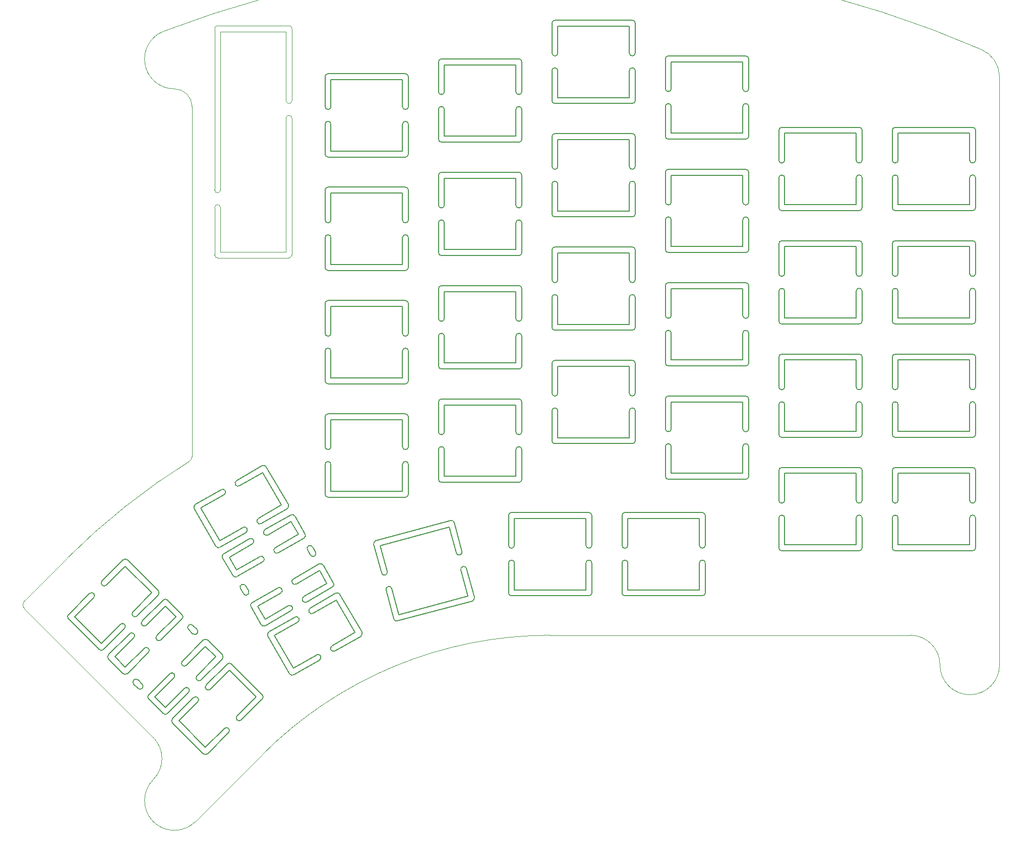
<source format=gm1>
%TF.GenerationSoftware,KiCad,Pcbnew,5.1.12-84ad8e8a86~92~ubuntu20.04.1*%
%TF.CreationDate,2021-11-17T00:00:43+01:00*%
%TF.ProjectId,LergoTopPlate_FR4_LessRouting,4c657267-6f54-46f7-9050-6c6174655f46,v1.A*%
%TF.SameCoordinates,Original*%
%TF.FileFunction,Profile,NP*%
%FSLAX46Y46*%
G04 Gerber Fmt 4.6, Leading zero omitted, Abs format (unit mm)*
G04 Created by KiCad (PCBNEW 5.1.12-84ad8e8a86~92~ubuntu20.04.1) date 2021-11-17 00:00:43*
%MOMM*%
%LPD*%
G01*
G04 APERTURE LIST*
%TA.AperFunction,Profile*%
%ADD10C,0.120000*%
%TD*%
%TA.AperFunction,Profile*%
%ADD11C,0.100000*%
%TD*%
%TA.AperFunction,Profile*%
%ADD12C,0.150000*%
%TD*%
G04 APERTURE END LIST*
D10*
X73524848Y-127344018D02*
G75*
G02*
X73524848Y-125929804I707107J707107D01*
G01*
D11*
X95103365Y-148922535D02*
G75*
G02*
X95103365Y-155993603I-3535534J-3535534D01*
G01*
X102174433Y-163064671D02*
G75*
G02*
X95103365Y-155993603I-3535534J3535534D01*
G01*
X98641295Y-39932170D02*
G75*
G02*
X101614896Y-42905771I0J-2973601D01*
G01*
X98641295Y-39932170D02*
G75*
G02*
X96852971Y-30262004I-2396J4999999D01*
G01*
X222220381Y-131740000D02*
G75*
G02*
X227220381Y-136740000I0J-5000000D01*
G01*
X237220381Y-136740000D02*
G75*
G02*
X227220381Y-136740000I-5000000J0D01*
G01*
X101614896Y-101696929D02*
G75*
G02*
X101143092Y-102545766I-1000000J286D01*
G01*
X101614896Y-42905771D02*
X101614896Y-101696929D01*
X234214126Y-33343544D02*
G75*
G02*
X237220381Y-37928844I-1993745J-4585300D01*
G01*
X96852971Y-30262005D02*
G75*
G02*
X234214126Y-33343544I64907410J-169731595D01*
G01*
X80612709Y-118841943D02*
G75*
G02*
X101143092Y-102545766I81147672J-81151657D01*
G01*
X73524848Y-125929804D02*
X80612709Y-118841943D01*
X95103365Y-148922535D02*
X73524848Y-127344018D01*
X113500343Y-151733562D02*
X102174433Y-163064671D01*
X113500343Y-151733562D02*
G75*
G02*
X161760381Y-131743600I48260038J-48260038D01*
G01*
X161760381Y-131743600D02*
X222220381Y-131740000D01*
X237220381Y-37928844D02*
X237220381Y-136740000D01*
D12*
X84389818Y-124740361D02*
G75*
G02*
X85096926Y-125447469I353554J-353554D01*
G01*
X87218240Y-123326155D02*
G75*
G02*
X86511134Y-122619047I-353553J353554D01*
G01*
X107052586Y-147403139D02*
G75*
G02*
X107759692Y-148110247I353553J-353554D01*
G01*
X109881012Y-145988926D02*
G75*
G02*
X109173906Y-145281820I-353553J353553D01*
G01*
X89564957Y-129915500D02*
G75*
G02*
X90272063Y-130622606I353553J-353553D01*
G01*
X92393383Y-128501287D02*
G75*
G02*
X91686277Y-127794179I-353553J353554D01*
G01*
X101877454Y-142227997D02*
G75*
G02*
X102584560Y-142935103I353553J-353553D01*
G01*
X104705880Y-140813784D02*
G75*
G02*
X103998774Y-140106676I-353553J353554D01*
G01*
X100317400Y-140667943D02*
G75*
G02*
X101024506Y-141375049I353553J-353553D01*
G01*
X103145826Y-139253728D02*
G75*
G02*
X102438720Y-138546622I-353553J353553D01*
G01*
X97860202Y-138210747D02*
G75*
G02*
X98567310Y-138917853I353554J-353553D01*
G01*
X100688631Y-136796532D02*
G75*
G02*
X99981523Y-136089426I-353554J353553D01*
G01*
X93953439Y-130061340D02*
G75*
G02*
X93246331Y-129354234I-353554J353553D01*
G01*
X96410635Y-132518536D02*
G75*
G02*
X95703527Y-131811430I-353554J353553D01*
G01*
X93582206Y-133932751D02*
G75*
G02*
X94289314Y-134639857I353554J-353553D01*
G01*
X91125010Y-131475553D02*
G75*
G02*
X91832118Y-132182661I353554J-353554D01*
G01*
X98341909Y-146470627D02*
G75*
G02*
X98341920Y-145763530I353564J353543D01*
G01*
X107534307Y-136571142D02*
G75*
G02*
X108241415Y-136571142I353554J-353554D01*
G01*
X86736529Y-134158140D02*
G75*
G02*
X86029423Y-134158140I-353553J353553D01*
G01*
X93246325Y-139960840D02*
G75*
G02*
X92539219Y-140667948I-353553J-353554D01*
G01*
X91832113Y-139960842D02*
G75*
G02*
X92539219Y-139253734I353553J353554D01*
G01*
X95928907Y-124258635D02*
G75*
G02*
X95928918Y-124965752I-353543J-353564D01*
G01*
X102438713Y-130768452D02*
G75*
G02*
X101731607Y-131475560I-353553J-353554D01*
G01*
X101024501Y-130768454D02*
G75*
G02*
X101731607Y-130061346I353553J353554D01*
G01*
X97488967Y-144910588D02*
G75*
G02*
X96781860Y-144910589I-353554J353553D01*
G01*
X106681354Y-135011093D02*
G75*
G02*
X106681355Y-135718200I-353553J-353554D01*
G01*
X96781859Y-125818706D02*
G75*
G02*
X97488966Y-125818705I353554J-353553D01*
G01*
X87589472Y-135718201D02*
G75*
G02*
X87589471Y-135011094I353553J353554D01*
G01*
X90753774Y-138175396D02*
G75*
G02*
X90046668Y-138175396I-353553J353553D01*
G01*
X99946162Y-128275902D02*
G75*
G02*
X99946162Y-128983008I-353553J-353553D01*
G01*
X90046667Y-119083514D02*
G75*
G02*
X90753774Y-119083513I353554J-353553D01*
G01*
X80854280Y-128983009D02*
G75*
G02*
X80854279Y-128275902I353553J353554D01*
G01*
X104224159Y-151645780D02*
G75*
G02*
X103517052Y-151645781I-353554J353553D01*
G01*
X113416546Y-141746285D02*
G75*
G02*
X113416547Y-142453392I-353553J-353554D01*
G01*
X103517052Y-132553898D02*
G75*
G02*
X104224158Y-132553898I353553J-353553D01*
G01*
X94324664Y-142453392D02*
G75*
G02*
X94324664Y-141746286I353553J353553D01*
G01*
X86382976Y-133097480D02*
X89564957Y-129915500D01*
X92393384Y-128501286D02*
X95928918Y-124965752D01*
X91686277Y-127794179D02*
X94868258Y-124612199D01*
X98341920Y-145763530D02*
X101877454Y-142227997D01*
X104705881Y-140813783D02*
X107887855Y-137631808D01*
X99402574Y-146117089D02*
X102584560Y-142935103D01*
X86736530Y-134158140D02*
X90272063Y-130622606D01*
X103998774Y-140106676D02*
X107534308Y-136571142D01*
X103517052Y-132553898D02*
X99981523Y-136089426D01*
X103870605Y-133614558D02*
X100688630Y-136796533D01*
X102438720Y-138546622D02*
X105620694Y-135364647D01*
X103145826Y-139253729D02*
X106681355Y-135718200D01*
X91125011Y-131475554D02*
X87589471Y-135011094D01*
X91832118Y-132182661D02*
X88650132Y-135364647D01*
X97135413Y-126879366D02*
X93953438Y-130061340D01*
X90400221Y-137114736D02*
X93582207Y-133932750D01*
X96410634Y-132518537D02*
X99946162Y-128983008D01*
X106681355Y-135011094D02*
X104224158Y-132553898D01*
X113416547Y-141746286D02*
X108241415Y-136571142D01*
X103517052Y-151645781D02*
X98341914Y-146470643D01*
X96781860Y-144910589D02*
X94324664Y-142453392D01*
X91832112Y-139960841D02*
X92539219Y-140667948D01*
X90046668Y-138175396D02*
X87589471Y-135718200D01*
X86029423Y-134158140D02*
X80854279Y-128983008D01*
X95928908Y-124258636D02*
X90753774Y-119083513D01*
X101731607Y-130061346D02*
X102438714Y-130768453D01*
X92539219Y-139253734D02*
X93246326Y-139960841D01*
X101024500Y-130768453D02*
X101731607Y-131475560D01*
X97135413Y-126879366D02*
X98885502Y-128629455D01*
X103870605Y-133614558D02*
X105620694Y-135364647D01*
X95385324Y-142099839D02*
X97135413Y-143849928D01*
X88650132Y-135364647D02*
X90400221Y-137114736D01*
X107887855Y-137631808D02*
X112355886Y-142099839D01*
X90400221Y-120144174D02*
X94868258Y-124612199D01*
X81914940Y-128629455D02*
X86382976Y-133097480D01*
X99402574Y-146117089D02*
X103870605Y-150585120D01*
X85096920Y-125447474D02*
X81914940Y-128629455D01*
X98567310Y-138917853D02*
X95385324Y-142099839D01*
X95703527Y-131811430D02*
X98885502Y-128629455D01*
X97135413Y-143849928D02*
X100317399Y-140667942D01*
X103870605Y-150585120D02*
X107052586Y-147403140D01*
X99946162Y-128275902D02*
X97488966Y-125818705D01*
X97488966Y-144910589D02*
X101024506Y-141375049D01*
X96781860Y-125818705D02*
X93246331Y-129354234D01*
X90753774Y-138175396D02*
X94289314Y-134639857D01*
X90046668Y-119083513D02*
X86511134Y-122619047D01*
X109881013Y-145988926D02*
X113416547Y-142453392D01*
X97860203Y-138210746D02*
X94324664Y-141746286D01*
X104224158Y-151645781D02*
X107759692Y-148110247D01*
X109173906Y-145281820D02*
X112355886Y-142099839D01*
X90400221Y-120144174D02*
X87218240Y-123326154D01*
X84389819Y-124740362D02*
X80854279Y-128275902D01*
X106496314Y-107277081D02*
G75*
G02*
X106996314Y-108143107I250000J-433013D01*
G01*
X109594383Y-106643111D02*
G75*
G02*
X109094383Y-105777085I-250000J433013D01*
G01*
X122521307Y-135033199D02*
G75*
G02*
X123021307Y-135899225I250000J-433013D01*
G01*
X125619383Y-134399225D02*
G75*
G02*
X125119383Y-133533199I-250000J433013D01*
G01*
X110155689Y-113615304D02*
G75*
G02*
X110655689Y-114481330I250000J-433013D01*
G01*
X113253765Y-112981329D02*
G75*
G02*
X112753765Y-112115305I-250000J433012D01*
G01*
X118861939Y-128694973D02*
G75*
G02*
X119361939Y-129560997I250000J-433012D01*
G01*
X121960015Y-128060998D02*
G75*
G02*
X121460015Y-127194972I-250000J433013D01*
G01*
X117758814Y-126784303D02*
G75*
G02*
X118258814Y-127650329I250000J-433013D01*
G01*
X120856890Y-126150329D02*
G75*
G02*
X120356890Y-125284303I-250000J433013D01*
G01*
X116021314Y-123774865D02*
G75*
G02*
X116521314Y-124640891I250000J-433013D01*
G01*
X119119390Y-123140891D02*
G75*
G02*
X118619390Y-122274865I-250000J433013D01*
G01*
X114356890Y-114891999D02*
G75*
G02*
X113856890Y-114025973I-250000J433013D01*
G01*
X116094390Y-117901437D02*
G75*
G02*
X115594390Y-117035411I-250000J433013D01*
G01*
X112996314Y-118535411D02*
G75*
G02*
X113496314Y-119401437I250000J-433013D01*
G01*
X111258814Y-115525973D02*
G75*
G02*
X111758814Y-116391999I250000J-433013D01*
G01*
X114348792Y-131877973D02*
G75*
G02*
X114531812Y-131194972I433020J249988D01*
G01*
X125790142Y-124694972D02*
G75*
G02*
X126473155Y-124877985I250000J-433013D01*
G01*
X106325562Y-116981330D02*
G75*
G02*
X105642549Y-116798317I-250000J433013D01*
G01*
X111111693Y-124271168D02*
G75*
G02*
X110245667Y-124771168I-433013J-250000D01*
G01*
X109745667Y-123905142D02*
G75*
G02*
X110611693Y-123405142I433013J250000D01*
G01*
X117766898Y-109798305D02*
G75*
G02*
X117583892Y-110481330I-433006J-250012D01*
G01*
X122370023Y-117771168D02*
G75*
G02*
X121503997Y-118271168I-433013J-250000D01*
G01*
X121003997Y-117405142D02*
G75*
G02*
X121870023Y-116905142I433013J250000D01*
G01*
X113928680Y-130150333D02*
G75*
G02*
X113245667Y-129967320I-250000J433013D01*
G01*
X125370023Y-122967320D02*
G75*
G02*
X125187010Y-123650333I-433013J-250000D01*
G01*
X118187010Y-111525977D02*
G75*
G02*
X118870023Y-111708990I250000J-433013D01*
G01*
X106745667Y-118708990D02*
G75*
G02*
X106928680Y-118025977I433013J250000D01*
G01*
X109166180Y-121901441D02*
G75*
G02*
X108483167Y-121718428I-250000J433013D01*
G01*
X120607523Y-114718428D02*
G75*
G02*
X120424510Y-115401441I-433013J-250000D01*
G01*
X113424510Y-103277085D02*
G75*
G02*
X114107523Y-103460098I250000J-433013D01*
G01*
X101983167Y-110460098D02*
G75*
G02*
X102166180Y-109777085I433013J250000D01*
G01*
X118691180Y-138399225D02*
G75*
G02*
X118008167Y-138216212I-250000J433013D01*
G01*
X130132523Y-131216212D02*
G75*
G02*
X129949510Y-131899225I-433013J-250000D01*
G01*
X122949510Y-119774869D02*
G75*
G02*
X123632523Y-119957882I250000J-433013D01*
G01*
X111508167Y-126957882D02*
G75*
G02*
X111691180Y-126274869I433013J250000D01*
G01*
X106258575Y-115865305D02*
X110155689Y-113615305D01*
X113253765Y-112981330D02*
X117583892Y-110481330D01*
X112753765Y-112115305D02*
X116650879Y-109865305D01*
X114531812Y-131194972D02*
X118861939Y-128694972D01*
X121960015Y-128060997D02*
X125857122Y-125811001D01*
X115464818Y-131811001D02*
X119361939Y-129560997D01*
X106325562Y-116981330D02*
X110655689Y-114481330D01*
X121460015Y-127194972D02*
X125790142Y-124694972D01*
X122949510Y-119774869D02*
X118619390Y-122274865D01*
X123016497Y-120890895D02*
X119119390Y-123140891D01*
X120356890Y-125284303D02*
X124253997Y-123034307D01*
X120856890Y-126150329D02*
X125187010Y-123650333D01*
X111258814Y-115525973D02*
X106928680Y-118025977D01*
X111758814Y-116391999D02*
X107861693Y-118642003D01*
X118253997Y-112642003D02*
X114356890Y-114891999D01*
X109099193Y-120785415D02*
X112996314Y-118535411D01*
X116094390Y-117901437D02*
X120424510Y-115401441D01*
X125370023Y-122967320D02*
X123632523Y-119957882D01*
X130132523Y-131216212D02*
X126473155Y-124877985D01*
X118008167Y-138216212D02*
X114348792Y-131877989D01*
X113245667Y-129967320D02*
X111508167Y-126957882D01*
X109745667Y-123905142D02*
X110245667Y-124771168D01*
X108483167Y-121718428D02*
X106745667Y-118708990D01*
X105642549Y-116798317D02*
X101983167Y-110460098D01*
X117766898Y-109798305D02*
X114107523Y-103460098D01*
X121870023Y-116905142D02*
X122370023Y-117771168D01*
X110611693Y-123405142D02*
X111111693Y-124271168D01*
X121003997Y-117405142D02*
X121503997Y-118271168D01*
X118253997Y-112642003D02*
X119491497Y-114785415D01*
X123016497Y-120890895D02*
X124253997Y-123034307D01*
X112624193Y-126890895D02*
X113861693Y-129034307D01*
X107861693Y-118642003D02*
X109099193Y-120785415D01*
X125857122Y-125811001D02*
X129016497Y-131283199D01*
X113491497Y-104393111D02*
X116650879Y-109865305D01*
X103099193Y-110393111D02*
X106258575Y-115865305D01*
X115464818Y-131811001D02*
X118624193Y-137283199D01*
X106996307Y-108143111D02*
X103099193Y-110393111D01*
X116521314Y-124640891D02*
X112624193Y-126890895D01*
X115594390Y-117035411D02*
X119491497Y-114785415D01*
X113861693Y-129034307D02*
X117758814Y-126784303D01*
X118624193Y-137283199D02*
X122521307Y-135033199D01*
X120607523Y-114718428D02*
X118870023Y-111708990D01*
X113928680Y-130150333D02*
X118258814Y-127650329D01*
X118187010Y-111525977D02*
X113856890Y-114025973D01*
X109166180Y-121901441D02*
X113496314Y-119401437D01*
X113424510Y-103277085D02*
X109094383Y-105777085D01*
X125619383Y-134399225D02*
X129949510Y-131899225D01*
X116021314Y-123774865D02*
X111691180Y-126274869D01*
X118691180Y-138399225D02*
X123021307Y-135899225D01*
X125119383Y-133533199D02*
X129016497Y-131283199D01*
X113491497Y-104393111D02*
X109594383Y-106643111D01*
X106496314Y-107277081D02*
X102166180Y-109777085D01*
X174810000Y-112120000D02*
X174810000Y-116620000D01*
X187810000Y-124620000D02*
X187810000Y-119620000D01*
X186810000Y-124120000D02*
X186810000Y-119620000D01*
X173810000Y-119620000D02*
X173810000Y-124620000D01*
X174810000Y-119620000D02*
X174810000Y-124120000D01*
X174310000Y-125120000D02*
X187310000Y-125120000D01*
X174810000Y-124120000D02*
X186810000Y-124120000D01*
X187810000Y-116620000D02*
X187810000Y-111620000D01*
X186810000Y-112120000D02*
X174810000Y-112120000D01*
X173810000Y-111620000D02*
X173810000Y-116620000D01*
X186810000Y-116620000D02*
X186810000Y-112120000D01*
X187310000Y-111120000D02*
X174310000Y-111120000D01*
X187810000Y-124620000D02*
G75*
G02*
X187310000Y-125120000I-500000J0D01*
G01*
X174310000Y-125120000D02*
G75*
G02*
X173810000Y-124620000I0J500000D01*
G01*
X186810000Y-119620000D02*
G75*
G02*
X187810000Y-119620000I500000J0D01*
G01*
X173810000Y-111620000D02*
G75*
G02*
X174310000Y-111120000I500000J0D01*
G01*
X187810000Y-116620000D02*
G75*
G02*
X186810000Y-116620000I-500000J0D01*
G01*
X173810000Y-119620000D02*
G75*
G02*
X174810000Y-119620000I500000J0D01*
G01*
X174810000Y-116620000D02*
G75*
G02*
X173810000Y-116620000I-500000J0D01*
G01*
X187310000Y-111120000D02*
G75*
G02*
X187810000Y-111620000I0J-500000D01*
G01*
X155760000Y-124120000D02*
X155760000Y-119620000D01*
X168760000Y-111620000D02*
X168760000Y-116620000D01*
X167760000Y-112120000D02*
X167760000Y-116620000D01*
X154760000Y-116620000D02*
X154760000Y-111620000D01*
X155760000Y-116620000D02*
X155760000Y-112120000D01*
X155260000Y-111120000D02*
X168260000Y-111120000D01*
X155760000Y-112120000D02*
X167760000Y-112120000D01*
X168760000Y-119620000D02*
X168760000Y-124620000D01*
X167760000Y-124120000D02*
X155760000Y-124120000D01*
X154760000Y-124620000D02*
X154760000Y-119620000D01*
X167760000Y-119620000D02*
X167760000Y-124120000D01*
X168260000Y-125120000D02*
X155260000Y-125120000D01*
X168760000Y-111620000D02*
G75*
G03*
X168260000Y-111120000I-500000J0D01*
G01*
X155260000Y-111120000D02*
G75*
G03*
X154760000Y-111620000I0J-500000D01*
G01*
X167760000Y-116620000D02*
G75*
G03*
X168760000Y-116620000I500000J0D01*
G01*
X154760000Y-124620000D02*
G75*
G03*
X155260000Y-125120000I500000J0D01*
G01*
X168760000Y-119620000D02*
G75*
G03*
X167760000Y-119620000I-500000J0D01*
G01*
X154760000Y-116620000D02*
G75*
G03*
X155760000Y-116620000I500000J0D01*
G01*
X155760000Y-119620000D02*
G75*
G03*
X154760000Y-119620000I-500000J0D01*
G01*
X168260000Y-125120000D02*
G75*
G03*
X168760000Y-124620000I0J500000D01*
G01*
X133226531Y-116667359D02*
X134391216Y-121014026D01*
X149018805Y-125376785D02*
X147724709Y-120547155D01*
X147923469Y-125152641D02*
X146758784Y-120805974D01*
X134201748Y-124170622D02*
X135495843Y-129000251D01*
X135167674Y-123911803D02*
X136332359Y-128258469D01*
X136108215Y-129353805D02*
X148665251Y-125989157D01*
X136332359Y-128258469D02*
X147923469Y-125152641D01*
X146948252Y-117649378D02*
X145654157Y-112819749D01*
X144817641Y-113561531D02*
X133226531Y-116667359D01*
X132131195Y-116443215D02*
X133425291Y-121272845D01*
X145982326Y-117908197D02*
X144817641Y-113561531D01*
X145041785Y-112466195D02*
X132484749Y-115830843D01*
X149018805Y-125376785D02*
G75*
G02*
X148665251Y-125989157I-482963J-129409D01*
G01*
X136108215Y-129353805D02*
G75*
G02*
X135495843Y-129000251I-129409J482963D01*
G01*
X146758783Y-120805975D02*
G75*
G02*
X147724709Y-120547155I482963J129410D01*
G01*
X132131195Y-116443215D02*
G75*
G02*
X132484749Y-115830843I482963J129409D01*
G01*
X146948252Y-117649377D02*
G75*
G02*
X145982326Y-117908197I-482963J-129410D01*
G01*
X134201748Y-124170623D02*
G75*
G02*
X135167674Y-123911803I482963J129410D01*
G01*
X134391217Y-121014025D02*
G75*
G02*
X133425291Y-121272845I-482963J-129410D01*
G01*
X145041785Y-112466195D02*
G75*
G02*
X145654157Y-112819749I129409J-482963D01*
G01*
X220200000Y-104550000D02*
X220200000Y-109050000D01*
X233200000Y-117050000D02*
X233200000Y-112050000D01*
X232200000Y-116550000D02*
X232200000Y-112050000D01*
X219200000Y-112050000D02*
X219200000Y-117050000D01*
X220200000Y-112050000D02*
X220200000Y-116550000D01*
X219700000Y-117550000D02*
X232700000Y-117550000D01*
X220200000Y-116550000D02*
X232200000Y-116550000D01*
X233200000Y-109050000D02*
X233200000Y-104050000D01*
X232200000Y-104550000D02*
X220200000Y-104550000D01*
X219200000Y-104050000D02*
X219200000Y-109050000D01*
X232200000Y-109050000D02*
X232200000Y-104550000D01*
X232700000Y-103550000D02*
X219700000Y-103550000D01*
X233200000Y-117050000D02*
G75*
G02*
X232700000Y-117550000I-500000J0D01*
G01*
X219700000Y-117550000D02*
G75*
G02*
X219200000Y-117050000I0J500000D01*
G01*
X232200000Y-112050000D02*
G75*
G02*
X233200000Y-112050000I500000J0D01*
G01*
X219200000Y-104050000D02*
G75*
G02*
X219700000Y-103550000I500000J0D01*
G01*
X233200000Y-109050000D02*
G75*
G02*
X232200000Y-109050000I-500000J0D01*
G01*
X219200000Y-112050000D02*
G75*
G02*
X220200000Y-112050000I500000J0D01*
G01*
X220200000Y-109050000D02*
G75*
G02*
X219200000Y-109050000I-500000J0D01*
G01*
X232700000Y-103550000D02*
G75*
G02*
X233200000Y-104050000I0J-500000D01*
G01*
X220200000Y-85500000D02*
X220200000Y-90000000D01*
X233200000Y-98000000D02*
X233200000Y-93000000D01*
X232200000Y-97500000D02*
X232200000Y-93000000D01*
X219200000Y-93000000D02*
X219200000Y-98000000D01*
X220200000Y-93000000D02*
X220200000Y-97500000D01*
X219700000Y-98500000D02*
X232700000Y-98500000D01*
X220200000Y-97500000D02*
X232200000Y-97500000D01*
X233200000Y-90000000D02*
X233200000Y-85000000D01*
X232200000Y-85500000D02*
X220200000Y-85500000D01*
X219200000Y-85000000D02*
X219200000Y-90000000D01*
X232200000Y-90000000D02*
X232200000Y-85500000D01*
X232700000Y-84500000D02*
X219700000Y-84500000D01*
X233200000Y-98000000D02*
G75*
G02*
X232700000Y-98500000I-500000J0D01*
G01*
X219700000Y-98500000D02*
G75*
G02*
X219200000Y-98000000I0J500000D01*
G01*
X232200000Y-93000000D02*
G75*
G02*
X233200000Y-93000000I500000J0D01*
G01*
X219200000Y-85000000D02*
G75*
G02*
X219700000Y-84500000I500000J0D01*
G01*
X233200000Y-90000000D02*
G75*
G02*
X232200000Y-90000000I-500000J0D01*
G01*
X219200000Y-93000000D02*
G75*
G02*
X220200000Y-93000000I500000J0D01*
G01*
X220200000Y-90000000D02*
G75*
G02*
X219200000Y-90000000I-500000J0D01*
G01*
X232700000Y-84500000D02*
G75*
G02*
X233200000Y-85000000I0J-500000D01*
G01*
X220200000Y-66450000D02*
X220200000Y-70950000D01*
X233200000Y-78950000D02*
X233200000Y-73950000D01*
X232200000Y-78450000D02*
X232200000Y-73950000D01*
X219200000Y-73950000D02*
X219200000Y-78950000D01*
X220200000Y-73950000D02*
X220200000Y-78450000D01*
X219700000Y-79450000D02*
X232700000Y-79450000D01*
X220200000Y-78450000D02*
X232200000Y-78450000D01*
X233200000Y-70950000D02*
X233200000Y-65950000D01*
X232200000Y-66450000D02*
X220200000Y-66450000D01*
X219200000Y-65950000D02*
X219200000Y-70950000D01*
X232200000Y-70950000D02*
X232200000Y-66450000D01*
X232700000Y-65450000D02*
X219700000Y-65450000D01*
X233200000Y-78950000D02*
G75*
G02*
X232700000Y-79450000I-500000J0D01*
G01*
X219700000Y-79450000D02*
G75*
G02*
X219200000Y-78950000I0J500000D01*
G01*
X232200000Y-73950000D02*
G75*
G02*
X233200000Y-73950000I500000J0D01*
G01*
X219200000Y-65950000D02*
G75*
G02*
X219700000Y-65450000I500000J0D01*
G01*
X233200000Y-70950000D02*
G75*
G02*
X232200000Y-70950000I-500000J0D01*
G01*
X219200000Y-73950000D02*
G75*
G02*
X220200000Y-73950000I500000J0D01*
G01*
X220200000Y-70950000D02*
G75*
G02*
X219200000Y-70950000I-500000J0D01*
G01*
X232700000Y-65450000D02*
G75*
G02*
X233200000Y-65950000I0J-500000D01*
G01*
X220200000Y-47400000D02*
X220200000Y-51900000D01*
X233200000Y-59900000D02*
X233200000Y-54900000D01*
X232200000Y-59400000D02*
X232200000Y-54900000D01*
X219200000Y-54900000D02*
X219200000Y-59900000D01*
X220200000Y-54900000D02*
X220200000Y-59400000D01*
X219700000Y-60400000D02*
X232700000Y-60400000D01*
X220200000Y-59400000D02*
X232200000Y-59400000D01*
X233200000Y-51900000D02*
X233200000Y-46900000D01*
X232200000Y-47400000D02*
X220200000Y-47400000D01*
X219200000Y-46900000D02*
X219200000Y-51900000D01*
X232200000Y-51900000D02*
X232200000Y-47400000D01*
X232700000Y-46400000D02*
X219700000Y-46400000D01*
X233200000Y-59900000D02*
G75*
G02*
X232700000Y-60400000I-500000J0D01*
G01*
X219700000Y-60400000D02*
G75*
G02*
X219200000Y-59900000I0J500000D01*
G01*
X232200000Y-54900000D02*
G75*
G02*
X233200000Y-54900000I500000J0D01*
G01*
X219200000Y-46900000D02*
G75*
G02*
X219700000Y-46400000I500000J0D01*
G01*
X233200000Y-51900000D02*
G75*
G02*
X232200000Y-51900000I-500000J0D01*
G01*
X219200000Y-54900000D02*
G75*
G02*
X220200000Y-54900000I500000J0D01*
G01*
X220200000Y-51900000D02*
G75*
G02*
X219200000Y-51900000I-500000J0D01*
G01*
X232700000Y-46400000D02*
G75*
G02*
X233200000Y-46900000I0J-500000D01*
G01*
X123950000Y-45900000D02*
X123950000Y-50900000D01*
X124950000Y-45900000D02*
X124950000Y-50400000D01*
X136950000Y-50400000D02*
X136950000Y-45900000D01*
X137950000Y-50900000D02*
X137950000Y-45900000D01*
X124950000Y-38400000D02*
X124950000Y-42900000D01*
X124950000Y-50400000D02*
X136950000Y-50400000D01*
X136950000Y-42900000D02*
X136950000Y-38400000D01*
X136950000Y-38400000D02*
X124950000Y-38400000D01*
X137450000Y-37400000D02*
X124450000Y-37400000D01*
X137950000Y-42900000D02*
X137950000Y-37900000D01*
X124450000Y-51400000D02*
X137450000Y-51400000D01*
X123950000Y-37900000D02*
X123950000Y-42900000D01*
X123950000Y-45900000D02*
G75*
G02*
X124950000Y-45900000I500000J0D01*
G01*
X124950000Y-42900000D02*
G75*
G02*
X123950000Y-42900000I-500000J0D01*
G01*
X137950000Y-42900000D02*
G75*
G02*
X136950000Y-42900000I-500000J0D01*
G01*
X136950000Y-45900000D02*
G75*
G02*
X137950000Y-45900000I500000J0D01*
G01*
X137450000Y-37400000D02*
G75*
G02*
X137950000Y-37900000I0J-500000D01*
G01*
X123950000Y-37900000D02*
G75*
G02*
X124450000Y-37400000I500000J0D01*
G01*
X124450000Y-51400000D02*
G75*
G02*
X123950000Y-50900000I0J500000D01*
G01*
X137950000Y-50900000D02*
G75*
G02*
X137450000Y-51400000I-500000J0D01*
G01*
X143000000Y-62450000D02*
X143000000Y-67450000D01*
X144000000Y-62450000D02*
X144000000Y-66950000D01*
X156000000Y-66950000D02*
X156000000Y-62450000D01*
X157000000Y-67450000D02*
X157000000Y-62450000D01*
X144000000Y-54950000D02*
X144000000Y-59450000D01*
X144000000Y-66950000D02*
X156000000Y-66950000D01*
X156000000Y-59450000D02*
X156000000Y-54950000D01*
X156000000Y-54950000D02*
X144000000Y-54950000D01*
X156500000Y-53950000D02*
X143500000Y-53950000D01*
X157000000Y-59450000D02*
X157000000Y-54450000D01*
X143500000Y-67950000D02*
X156500000Y-67950000D01*
X143000000Y-54450000D02*
X143000000Y-59450000D01*
X143000000Y-62450000D02*
G75*
G02*
X144000000Y-62450000I500000J0D01*
G01*
X144000000Y-59450000D02*
G75*
G02*
X143000000Y-59450000I-500000J0D01*
G01*
X157000000Y-59450000D02*
G75*
G02*
X156000000Y-59450000I-500000J0D01*
G01*
X156000000Y-62450000D02*
G75*
G02*
X157000000Y-62450000I500000J0D01*
G01*
X156500000Y-53950000D02*
G75*
G02*
X157000000Y-54450000I0J-500000D01*
G01*
X143000000Y-54450000D02*
G75*
G02*
X143500000Y-53950000I500000J0D01*
G01*
X143500000Y-67950000D02*
G75*
G02*
X143000000Y-67450000I0J500000D01*
G01*
X157000000Y-67450000D02*
G75*
G02*
X156500000Y-67950000I-500000J0D01*
G01*
X200150000Y-73950000D02*
X200150000Y-78950000D01*
X201150000Y-73950000D02*
X201150000Y-78450000D01*
X213150000Y-78450000D02*
X213150000Y-73950000D01*
X214150000Y-78950000D02*
X214150000Y-73950000D01*
X201150000Y-66450000D02*
X201150000Y-70950000D01*
X201150000Y-78450000D02*
X213150000Y-78450000D01*
X213150000Y-70950000D02*
X213150000Y-66450000D01*
X213150000Y-66450000D02*
X201150000Y-66450000D01*
X213650000Y-65450000D02*
X200650000Y-65450000D01*
X214150000Y-70950000D02*
X214150000Y-65950000D01*
X200650000Y-79450000D02*
X213650000Y-79450000D01*
X200150000Y-65950000D02*
X200150000Y-70950000D01*
X200150000Y-73950000D02*
G75*
G02*
X201150000Y-73950000I500000J0D01*
G01*
X201150000Y-70950000D02*
G75*
G02*
X200150000Y-70950000I-500000J0D01*
G01*
X214150000Y-70950000D02*
G75*
G02*
X213150000Y-70950000I-500000J0D01*
G01*
X213150000Y-73950000D02*
G75*
G02*
X214150000Y-73950000I500000J0D01*
G01*
X213650000Y-65450000D02*
G75*
G02*
X214150000Y-65950000I0J-500000D01*
G01*
X200150000Y-65950000D02*
G75*
G02*
X200650000Y-65450000I500000J0D01*
G01*
X200650000Y-79450000D02*
G75*
G02*
X200150000Y-78950000I0J500000D01*
G01*
X214150000Y-78950000D02*
G75*
G02*
X213650000Y-79450000I-500000J0D01*
G01*
X200150000Y-93000000D02*
X200150000Y-98000000D01*
X201150000Y-93000000D02*
X201150000Y-97500000D01*
X213150000Y-97500000D02*
X213150000Y-93000000D01*
X214150000Y-98000000D02*
X214150000Y-93000000D01*
X201150000Y-85500000D02*
X201150000Y-90000000D01*
X201150000Y-97500000D02*
X213150000Y-97500000D01*
X213150000Y-90000000D02*
X213150000Y-85500000D01*
X213150000Y-85500000D02*
X201150000Y-85500000D01*
X213650000Y-84500000D02*
X200650000Y-84500000D01*
X214150000Y-90000000D02*
X214150000Y-85000000D01*
X200650000Y-98500000D02*
X213650000Y-98500000D01*
X200150000Y-85000000D02*
X200150000Y-90000000D01*
X200150000Y-93000000D02*
G75*
G02*
X201150000Y-93000000I500000J0D01*
G01*
X201150000Y-90000000D02*
G75*
G02*
X200150000Y-90000000I-500000J0D01*
G01*
X214150000Y-90000000D02*
G75*
G02*
X213150000Y-90000000I-500000J0D01*
G01*
X213150000Y-93000000D02*
G75*
G02*
X214150000Y-93000000I500000J0D01*
G01*
X213650000Y-84500000D02*
G75*
G02*
X214150000Y-85000000I0J-500000D01*
G01*
X200150000Y-85000000D02*
G75*
G02*
X200650000Y-84500000I500000J0D01*
G01*
X200650000Y-98500000D02*
G75*
G02*
X200150000Y-98000000I0J500000D01*
G01*
X214150000Y-98000000D02*
G75*
G02*
X213650000Y-98500000I-500000J0D01*
G01*
X181100000Y-81000000D02*
X181100000Y-86000000D01*
X182100000Y-81000000D02*
X182100000Y-85500000D01*
X194100000Y-85500000D02*
X194100000Y-81000000D01*
X195100000Y-86000000D02*
X195100000Y-81000000D01*
X182100000Y-73500000D02*
X182100000Y-78000000D01*
X182100000Y-85500000D02*
X194100000Y-85500000D01*
X194100000Y-78000000D02*
X194100000Y-73500000D01*
X194100000Y-73500000D02*
X182100000Y-73500000D01*
X194600000Y-72500000D02*
X181600000Y-72500000D01*
X195100000Y-78000000D02*
X195100000Y-73000000D01*
X181600000Y-86500000D02*
X194600000Y-86500000D01*
X181100000Y-73000000D02*
X181100000Y-78000000D01*
X181100000Y-81000000D02*
G75*
G02*
X182100000Y-81000000I500000J0D01*
G01*
X182100000Y-78000000D02*
G75*
G02*
X181100000Y-78000000I-500000J0D01*
G01*
X195100000Y-78000000D02*
G75*
G02*
X194100000Y-78000000I-500000J0D01*
G01*
X194100000Y-81000000D02*
G75*
G02*
X195100000Y-81000000I500000J0D01*
G01*
X194600000Y-72500000D02*
G75*
G02*
X195100000Y-73000000I0J-500000D01*
G01*
X181100000Y-73000000D02*
G75*
G02*
X181600000Y-72500000I500000J0D01*
G01*
X181600000Y-86500000D02*
G75*
G02*
X181100000Y-86000000I0J500000D01*
G01*
X195100000Y-86000000D02*
G75*
G02*
X194600000Y-86500000I-500000J0D01*
G01*
X162050000Y-75000000D02*
X162050000Y-80000000D01*
X163050000Y-75000000D02*
X163050000Y-79500000D01*
X175050000Y-79500000D02*
X175050000Y-75000000D01*
X176050000Y-80000000D02*
X176050000Y-75000000D01*
X163050000Y-67500000D02*
X163050000Y-72000000D01*
X163050000Y-79500000D02*
X175050000Y-79500000D01*
X175050000Y-72000000D02*
X175050000Y-67500000D01*
X175050000Y-67500000D02*
X163050000Y-67500000D01*
X175550000Y-66500000D02*
X162550000Y-66500000D01*
X176050000Y-72000000D02*
X176050000Y-67000000D01*
X162550000Y-80500000D02*
X175550000Y-80500000D01*
X162050000Y-67000000D02*
X162050000Y-72000000D01*
X162050000Y-75000000D02*
G75*
G02*
X163050000Y-75000000I500000J0D01*
G01*
X163050000Y-72000000D02*
G75*
G02*
X162050000Y-72000000I-500000J0D01*
G01*
X176050000Y-72000000D02*
G75*
G02*
X175050000Y-72000000I-500000J0D01*
G01*
X175050000Y-75000000D02*
G75*
G02*
X176050000Y-75000000I500000J0D01*
G01*
X175550000Y-66500000D02*
G75*
G02*
X176050000Y-67000000I0J-500000D01*
G01*
X162050000Y-67000000D02*
G75*
G02*
X162550000Y-66500000I500000J0D01*
G01*
X162550000Y-80500000D02*
G75*
G02*
X162050000Y-80000000I0J500000D01*
G01*
X176050000Y-80000000D02*
G75*
G02*
X175550000Y-80500000I-500000J0D01*
G01*
X123950000Y-84000000D02*
X123950000Y-89000000D01*
X124950000Y-84000000D02*
X124950000Y-88500000D01*
X136950000Y-88500000D02*
X136950000Y-84000000D01*
X137950000Y-89000000D02*
X137950000Y-84000000D01*
X124950000Y-76500000D02*
X124950000Y-81000000D01*
X124950000Y-88500000D02*
X136950000Y-88500000D01*
X136950000Y-81000000D02*
X136950000Y-76500000D01*
X136950000Y-76500000D02*
X124950000Y-76500000D01*
X137450000Y-75500000D02*
X124450000Y-75500000D01*
X137950000Y-81000000D02*
X137950000Y-76000000D01*
X124450000Y-89500000D02*
X137450000Y-89500000D01*
X123950000Y-76000000D02*
X123950000Y-81000000D01*
X123950000Y-84000000D02*
G75*
G02*
X124950000Y-84000000I500000J0D01*
G01*
X124950000Y-81000000D02*
G75*
G02*
X123950000Y-81000000I-500000J0D01*
G01*
X137950000Y-81000000D02*
G75*
G02*
X136950000Y-81000000I-500000J0D01*
G01*
X136950000Y-84000000D02*
G75*
G02*
X137950000Y-84000000I500000J0D01*
G01*
X137450000Y-75500000D02*
G75*
G02*
X137950000Y-76000000I0J-500000D01*
G01*
X123950000Y-76000000D02*
G75*
G02*
X124450000Y-75500000I500000J0D01*
G01*
X124450000Y-89500000D02*
G75*
G02*
X123950000Y-89000000I0J500000D01*
G01*
X137950000Y-89000000D02*
G75*
G02*
X137450000Y-89500000I-500000J0D01*
G01*
X143000000Y-81500000D02*
X143000000Y-86500000D01*
X144000000Y-81500000D02*
X144000000Y-86000000D01*
X156000000Y-86000000D02*
X156000000Y-81500000D01*
X157000000Y-86500000D02*
X157000000Y-81500000D01*
X144000000Y-74000000D02*
X144000000Y-78500000D01*
X144000000Y-86000000D02*
X156000000Y-86000000D01*
X156000000Y-78500000D02*
X156000000Y-74000000D01*
X156000000Y-74000000D02*
X144000000Y-74000000D01*
X156500000Y-73000000D02*
X143500000Y-73000000D01*
X157000000Y-78500000D02*
X157000000Y-73500000D01*
X143500000Y-87000000D02*
X156500000Y-87000000D01*
X143000000Y-73500000D02*
X143000000Y-78500000D01*
X143000000Y-81500000D02*
G75*
G02*
X144000000Y-81500000I500000J0D01*
G01*
X144000000Y-78500000D02*
G75*
G02*
X143000000Y-78500000I-500000J0D01*
G01*
X157000000Y-78500000D02*
G75*
G02*
X156000000Y-78500000I-500000J0D01*
G01*
X156000000Y-81500000D02*
G75*
G02*
X157000000Y-81500000I500000J0D01*
G01*
X156500000Y-73000000D02*
G75*
G02*
X157000000Y-73500000I0J-500000D01*
G01*
X143000000Y-73500000D02*
G75*
G02*
X143500000Y-73000000I500000J0D01*
G01*
X143500000Y-87000000D02*
G75*
G02*
X143000000Y-86500000I0J500000D01*
G01*
X157000000Y-86500000D02*
G75*
G02*
X156500000Y-87000000I-500000J0D01*
G01*
X123950000Y-103050000D02*
X123950000Y-108050000D01*
X124950000Y-103050000D02*
X124950000Y-107550000D01*
X136950000Y-107550000D02*
X136950000Y-103050000D01*
X137950000Y-108050000D02*
X137950000Y-103050000D01*
X124950000Y-95550000D02*
X124950000Y-100050000D01*
X124950000Y-107550000D02*
X136950000Y-107550000D01*
X136950000Y-100050000D02*
X136950000Y-95550000D01*
X136950000Y-95550000D02*
X124950000Y-95550000D01*
X137450000Y-94550000D02*
X124450000Y-94550000D01*
X137950000Y-100050000D02*
X137950000Y-95050000D01*
X124450000Y-108550000D02*
X137450000Y-108550000D01*
X123950000Y-95050000D02*
X123950000Y-100050000D01*
X123950000Y-103050000D02*
G75*
G02*
X124950000Y-103050000I500000J0D01*
G01*
X124950000Y-100050000D02*
G75*
G02*
X123950000Y-100050000I-500000J0D01*
G01*
X137950000Y-100050000D02*
G75*
G02*
X136950000Y-100050000I-500000J0D01*
G01*
X136950000Y-103050000D02*
G75*
G02*
X137950000Y-103050000I500000J0D01*
G01*
X137450000Y-94550000D02*
G75*
G02*
X137950000Y-95050000I0J-500000D01*
G01*
X123950000Y-95050000D02*
G75*
G02*
X124450000Y-94550000I500000J0D01*
G01*
X124450000Y-108550000D02*
G75*
G02*
X123950000Y-108050000I0J500000D01*
G01*
X137950000Y-108050000D02*
G75*
G02*
X137450000Y-108550000I-500000J0D01*
G01*
X123950000Y-64950000D02*
X123950000Y-69950000D01*
X124950000Y-64950000D02*
X124950000Y-69450000D01*
X136950000Y-69450000D02*
X136950000Y-64950000D01*
X137950000Y-69950000D02*
X137950000Y-64950000D01*
X124950000Y-57450000D02*
X124950000Y-61950000D01*
X124950000Y-69450000D02*
X136950000Y-69450000D01*
X136950000Y-61950000D02*
X136950000Y-57450000D01*
X136950000Y-57450000D02*
X124950000Y-57450000D01*
X137450000Y-56450000D02*
X124450000Y-56450000D01*
X137950000Y-61950000D02*
X137950000Y-56950000D01*
X124450000Y-70450000D02*
X137450000Y-70450000D01*
X123950000Y-56950000D02*
X123950000Y-61950000D01*
X123950000Y-64950000D02*
G75*
G02*
X124950000Y-64950000I500000J0D01*
G01*
X124950000Y-61950000D02*
G75*
G02*
X123950000Y-61950000I-500000J0D01*
G01*
X137950000Y-61950000D02*
G75*
G02*
X136950000Y-61950000I-500000J0D01*
G01*
X136950000Y-64950000D02*
G75*
G02*
X137950000Y-64950000I500000J0D01*
G01*
X137450000Y-56450000D02*
G75*
G02*
X137950000Y-56950000I0J-500000D01*
G01*
X123950000Y-56950000D02*
G75*
G02*
X124450000Y-56450000I500000J0D01*
G01*
X124450000Y-70450000D02*
G75*
G02*
X123950000Y-69950000I0J500000D01*
G01*
X137950000Y-69950000D02*
G75*
G02*
X137450000Y-70450000I-500000J0D01*
G01*
X143000000Y-43400000D02*
X143000000Y-48400000D01*
X144000000Y-43400000D02*
X144000000Y-47900000D01*
X156000000Y-47900000D02*
X156000000Y-43400000D01*
X157000000Y-48400000D02*
X157000000Y-43400000D01*
X144000000Y-35900000D02*
X144000000Y-40400000D01*
X144000000Y-47900000D02*
X156000000Y-47900000D01*
X156000000Y-40400000D02*
X156000000Y-35900000D01*
X156000000Y-35900000D02*
X144000000Y-35900000D01*
X156500000Y-34900000D02*
X143500000Y-34900000D01*
X157000000Y-40400000D02*
X157000000Y-35400000D01*
X143500000Y-48900000D02*
X156500000Y-48900000D01*
X143000000Y-35400000D02*
X143000000Y-40400000D01*
X143000000Y-43400000D02*
G75*
G02*
X144000000Y-43400000I500000J0D01*
G01*
X144000000Y-40400000D02*
G75*
G02*
X143000000Y-40400000I-500000J0D01*
G01*
X157000000Y-40400000D02*
G75*
G02*
X156000000Y-40400000I-500000J0D01*
G01*
X156000000Y-43400000D02*
G75*
G02*
X157000000Y-43400000I500000J0D01*
G01*
X156500000Y-34900000D02*
G75*
G02*
X157000000Y-35400000I0J-500000D01*
G01*
X143000000Y-35400000D02*
G75*
G02*
X143500000Y-34900000I500000J0D01*
G01*
X143500000Y-48900000D02*
G75*
G02*
X143000000Y-48400000I0J500000D01*
G01*
X157000000Y-48400000D02*
G75*
G02*
X156500000Y-48900000I-500000J0D01*
G01*
X162050000Y-94050000D02*
X162050000Y-99050000D01*
X163050000Y-94050000D02*
X163050000Y-98550000D01*
X175050000Y-98550000D02*
X175050000Y-94050000D01*
X176050000Y-99050000D02*
X176050000Y-94050000D01*
X163050000Y-86550000D02*
X163050000Y-91050000D01*
X163050000Y-98550000D02*
X175050000Y-98550000D01*
X175050000Y-91050000D02*
X175050000Y-86550000D01*
X175050000Y-86550000D02*
X163050000Y-86550000D01*
X175550000Y-85550000D02*
X162550000Y-85550000D01*
X176050000Y-91050000D02*
X176050000Y-86050000D01*
X162550000Y-99550000D02*
X175550000Y-99550000D01*
X162050000Y-86050000D02*
X162050000Y-91050000D01*
X162050000Y-94050000D02*
G75*
G02*
X163050000Y-94050000I500000J0D01*
G01*
X163050000Y-91050000D02*
G75*
G02*
X162050000Y-91050000I-500000J0D01*
G01*
X176050000Y-91050000D02*
G75*
G02*
X175050000Y-91050000I-500000J0D01*
G01*
X175050000Y-94050000D02*
G75*
G02*
X176050000Y-94050000I500000J0D01*
G01*
X175550000Y-85550000D02*
G75*
G02*
X176050000Y-86050000I0J-500000D01*
G01*
X162050000Y-86050000D02*
G75*
G02*
X162550000Y-85550000I500000J0D01*
G01*
X162550000Y-99550000D02*
G75*
G02*
X162050000Y-99050000I0J500000D01*
G01*
X176050000Y-99050000D02*
G75*
G02*
X175550000Y-99550000I-500000J0D01*
G01*
X162050000Y-55950000D02*
X162050000Y-60950000D01*
X163050000Y-55950000D02*
X163050000Y-60450000D01*
X175050000Y-60450000D02*
X175050000Y-55950000D01*
X176050000Y-60950000D02*
X176050000Y-55950000D01*
X163050000Y-48450000D02*
X163050000Y-52950000D01*
X163050000Y-60450000D02*
X175050000Y-60450000D01*
X175050000Y-52950000D02*
X175050000Y-48450000D01*
X175050000Y-48450000D02*
X163050000Y-48450000D01*
X175550000Y-47450000D02*
X162550000Y-47450000D01*
X176050000Y-52950000D02*
X176050000Y-47950000D01*
X162550000Y-61450000D02*
X175550000Y-61450000D01*
X162050000Y-47950000D02*
X162050000Y-52950000D01*
X162050000Y-55950000D02*
G75*
G02*
X163050000Y-55950000I500000J0D01*
G01*
X163050000Y-52950000D02*
G75*
G02*
X162050000Y-52950000I-500000J0D01*
G01*
X176050000Y-52950000D02*
G75*
G02*
X175050000Y-52950000I-500000J0D01*
G01*
X175050000Y-55950000D02*
G75*
G02*
X176050000Y-55950000I500000J0D01*
G01*
X175550000Y-47450000D02*
G75*
G02*
X176050000Y-47950000I0J-500000D01*
G01*
X162050000Y-47950000D02*
G75*
G02*
X162550000Y-47450000I500000J0D01*
G01*
X162550000Y-61450000D02*
G75*
G02*
X162050000Y-60950000I0J500000D01*
G01*
X176050000Y-60950000D02*
G75*
G02*
X175550000Y-61450000I-500000J0D01*
G01*
X162050000Y-36900000D02*
X162050000Y-41900000D01*
X163050000Y-36900000D02*
X163050000Y-41400000D01*
X175050000Y-41400000D02*
X175050000Y-36900000D01*
X176050000Y-41900000D02*
X176050000Y-36900000D01*
X163050000Y-29400000D02*
X163050000Y-33900000D01*
X163050000Y-41400000D02*
X175050000Y-41400000D01*
X175050000Y-33900000D02*
X175050000Y-29400000D01*
X175050000Y-29400000D02*
X163050000Y-29400000D01*
X175550000Y-28400000D02*
X162550000Y-28400000D01*
X176050000Y-33900000D02*
X176050000Y-28900000D01*
X162550000Y-42400000D02*
X175550000Y-42400000D01*
X162050000Y-28900000D02*
X162050000Y-33900000D01*
X162050000Y-36900000D02*
G75*
G02*
X163050000Y-36900000I500000J0D01*
G01*
X163050000Y-33900000D02*
G75*
G02*
X162050000Y-33900000I-500000J0D01*
G01*
X176050000Y-33900000D02*
G75*
G02*
X175050000Y-33900000I-500000J0D01*
G01*
X175050000Y-36900000D02*
G75*
G02*
X176050000Y-36900000I500000J0D01*
G01*
X175550000Y-28400000D02*
G75*
G02*
X176050000Y-28900000I0J-500000D01*
G01*
X162050000Y-28900000D02*
G75*
G02*
X162550000Y-28400000I500000J0D01*
G01*
X162550000Y-42400000D02*
G75*
G02*
X162050000Y-41900000I0J500000D01*
G01*
X176050000Y-41900000D02*
G75*
G02*
X175550000Y-42400000I-500000J0D01*
G01*
X181100000Y-100050000D02*
X181100000Y-105050000D01*
X182100000Y-100050000D02*
X182100000Y-104550000D01*
X194100000Y-104550000D02*
X194100000Y-100050000D01*
X195100000Y-105050000D02*
X195100000Y-100050000D01*
X182100000Y-92550000D02*
X182100000Y-97050000D01*
X182100000Y-104550000D02*
X194100000Y-104550000D01*
X194100000Y-97050000D02*
X194100000Y-92550000D01*
X194100000Y-92550000D02*
X182100000Y-92550000D01*
X194600000Y-91550000D02*
X181600000Y-91550000D01*
X195100000Y-97050000D02*
X195100000Y-92050000D01*
X181600000Y-105550000D02*
X194600000Y-105550000D01*
X181100000Y-92050000D02*
X181100000Y-97050000D01*
X181100000Y-100050000D02*
G75*
G02*
X182100000Y-100050000I500000J0D01*
G01*
X182100000Y-97050000D02*
G75*
G02*
X181100000Y-97050000I-500000J0D01*
G01*
X195100000Y-97050000D02*
G75*
G02*
X194100000Y-97050000I-500000J0D01*
G01*
X194100000Y-100050000D02*
G75*
G02*
X195100000Y-100050000I500000J0D01*
G01*
X194600000Y-91550000D02*
G75*
G02*
X195100000Y-92050000I0J-500000D01*
G01*
X181100000Y-92050000D02*
G75*
G02*
X181600000Y-91550000I500000J0D01*
G01*
X181600000Y-105550000D02*
G75*
G02*
X181100000Y-105050000I0J500000D01*
G01*
X195100000Y-105050000D02*
G75*
G02*
X194600000Y-105550000I-500000J0D01*
G01*
X181100000Y-61950000D02*
X181100000Y-66950000D01*
X182100000Y-61950000D02*
X182100000Y-66450000D01*
X194100000Y-66450000D02*
X194100000Y-61950000D01*
X195100000Y-66950000D02*
X195100000Y-61950000D01*
X182100000Y-54450000D02*
X182100000Y-58950000D01*
X182100000Y-66450000D02*
X194100000Y-66450000D01*
X194100000Y-58950000D02*
X194100000Y-54450000D01*
X194100000Y-54450000D02*
X182100000Y-54450000D01*
X194600000Y-53450000D02*
X181600000Y-53450000D01*
X195100000Y-58950000D02*
X195100000Y-53950000D01*
X181600000Y-67450000D02*
X194600000Y-67450000D01*
X181100000Y-53950000D02*
X181100000Y-58950000D01*
X181100000Y-61950000D02*
G75*
G02*
X182100000Y-61950000I500000J0D01*
G01*
X182100000Y-58950000D02*
G75*
G02*
X181100000Y-58950000I-500000J0D01*
G01*
X195100000Y-58950000D02*
G75*
G02*
X194100000Y-58950000I-500000J0D01*
G01*
X194100000Y-61950000D02*
G75*
G02*
X195100000Y-61950000I500000J0D01*
G01*
X194600000Y-53450000D02*
G75*
G02*
X195100000Y-53950000I0J-500000D01*
G01*
X181100000Y-53950000D02*
G75*
G02*
X181600000Y-53450000I500000J0D01*
G01*
X181600000Y-67450000D02*
G75*
G02*
X181100000Y-66950000I0J500000D01*
G01*
X195100000Y-66950000D02*
G75*
G02*
X194600000Y-67450000I-500000J0D01*
G01*
X181100000Y-42900000D02*
X181100000Y-47900000D01*
X182100000Y-42900000D02*
X182100000Y-47400000D01*
X194100000Y-47400000D02*
X194100000Y-42900000D01*
X195100000Y-47900000D02*
X195100000Y-42900000D01*
X182100000Y-35400000D02*
X182100000Y-39900000D01*
X182100000Y-47400000D02*
X194100000Y-47400000D01*
X194100000Y-39900000D02*
X194100000Y-35400000D01*
X194100000Y-35400000D02*
X182100000Y-35400000D01*
X194600000Y-34400000D02*
X181600000Y-34400000D01*
X195100000Y-39900000D02*
X195100000Y-34900000D01*
X181600000Y-48400000D02*
X194600000Y-48400000D01*
X181100000Y-34900000D02*
X181100000Y-39900000D01*
X181100000Y-42900000D02*
G75*
G02*
X182100000Y-42900000I500000J0D01*
G01*
X182100000Y-39900000D02*
G75*
G02*
X181100000Y-39900000I-500000J0D01*
G01*
X195100000Y-39900000D02*
G75*
G02*
X194100000Y-39900000I-500000J0D01*
G01*
X194100000Y-42900000D02*
G75*
G02*
X195100000Y-42900000I500000J0D01*
G01*
X194600000Y-34400000D02*
G75*
G02*
X195100000Y-34900000I0J-500000D01*
G01*
X181100000Y-34900000D02*
G75*
G02*
X181600000Y-34400000I500000J0D01*
G01*
X181600000Y-48400000D02*
G75*
G02*
X181100000Y-47900000I0J500000D01*
G01*
X195100000Y-47900000D02*
G75*
G02*
X194600000Y-48400000I-500000J0D01*
G01*
X200150000Y-112050000D02*
X200150000Y-117050000D01*
X201150000Y-112050000D02*
X201150000Y-116550000D01*
X213150000Y-116550000D02*
X213150000Y-112050000D01*
X214150000Y-117050000D02*
X214150000Y-112050000D01*
X201150000Y-104550000D02*
X201150000Y-109050000D01*
X201150000Y-116550000D02*
X213150000Y-116550000D01*
X213150000Y-109050000D02*
X213150000Y-104550000D01*
X213150000Y-104550000D02*
X201150000Y-104550000D01*
X213650000Y-103550000D02*
X200650000Y-103550000D01*
X214150000Y-109050000D02*
X214150000Y-104050000D01*
X200650000Y-117550000D02*
X213650000Y-117550000D01*
X200150000Y-104050000D02*
X200150000Y-109050000D01*
X200150000Y-112050000D02*
G75*
G02*
X201150000Y-112050000I500000J0D01*
G01*
X201150000Y-109050000D02*
G75*
G02*
X200150000Y-109050000I-500000J0D01*
G01*
X214150000Y-109050000D02*
G75*
G02*
X213150000Y-109050000I-500000J0D01*
G01*
X213150000Y-112050000D02*
G75*
G02*
X214150000Y-112050000I500000J0D01*
G01*
X213650000Y-103550000D02*
G75*
G02*
X214150000Y-104050000I0J-500000D01*
G01*
X200150000Y-104050000D02*
G75*
G02*
X200650000Y-103550000I500000J0D01*
G01*
X200650000Y-117550000D02*
G75*
G02*
X200150000Y-117050000I0J500000D01*
G01*
X214150000Y-117050000D02*
G75*
G02*
X213650000Y-117550000I-500000J0D01*
G01*
X200150000Y-54900000D02*
X200150000Y-59900000D01*
X201150000Y-54900000D02*
X201150000Y-59400000D01*
X213150000Y-59400000D02*
X213150000Y-54900000D01*
X214150000Y-59900000D02*
X214150000Y-54900000D01*
X201150000Y-47400000D02*
X201150000Y-51900000D01*
X201150000Y-59400000D02*
X213150000Y-59400000D01*
X213150000Y-51900000D02*
X213150000Y-47400000D01*
X213150000Y-47400000D02*
X201150000Y-47400000D01*
X213650000Y-46400000D02*
X200650000Y-46400000D01*
X214150000Y-51900000D02*
X214150000Y-46900000D01*
X200650000Y-60400000D02*
X213650000Y-60400000D01*
X200150000Y-46900000D02*
X200150000Y-51900000D01*
X200150000Y-54900000D02*
G75*
G02*
X201150000Y-54900000I500000J0D01*
G01*
X201150000Y-51900000D02*
G75*
G02*
X200150000Y-51900000I-500000J0D01*
G01*
X214150000Y-51900000D02*
G75*
G02*
X213150000Y-51900000I-500000J0D01*
G01*
X213150000Y-54900000D02*
G75*
G02*
X214150000Y-54900000I500000J0D01*
G01*
X213650000Y-46400000D02*
G75*
G02*
X214150000Y-46900000I0J-500000D01*
G01*
X200150000Y-46900000D02*
G75*
G02*
X200650000Y-46400000I500000J0D01*
G01*
X200650000Y-60400000D02*
G75*
G02*
X200150000Y-59900000I0J500000D01*
G01*
X214150000Y-59900000D02*
G75*
G02*
X213650000Y-60400000I-500000J0D01*
G01*
X143000000Y-100550000D02*
X143000000Y-105550000D01*
X144000000Y-100550000D02*
X144000000Y-105050000D01*
X156000000Y-105050000D02*
X156000000Y-100550000D01*
X157000000Y-105550000D02*
X157000000Y-100550000D01*
X144000000Y-93050000D02*
X144000000Y-97550000D01*
X144000000Y-105050000D02*
X156000000Y-105050000D01*
X156000000Y-97550000D02*
X156000000Y-93050000D01*
X156000000Y-93050000D02*
X144000000Y-93050000D01*
X156500000Y-92050000D02*
X143500000Y-92050000D01*
X157000000Y-97550000D02*
X157000000Y-92550000D01*
X143500000Y-106050000D02*
X156500000Y-106050000D01*
X143000000Y-92550000D02*
X143000000Y-97550000D01*
X143000000Y-100550000D02*
G75*
G02*
X144000000Y-100550000I500000J0D01*
G01*
X144000000Y-97550000D02*
G75*
G02*
X143000000Y-97550000I-500000J0D01*
G01*
X157000000Y-97550000D02*
G75*
G02*
X156000000Y-97550000I-500000J0D01*
G01*
X156000000Y-100550000D02*
G75*
G02*
X157000000Y-100550000I500000J0D01*
G01*
X156500000Y-92050000D02*
G75*
G02*
X157000000Y-92550000I0J-500000D01*
G01*
X143000000Y-92550000D02*
G75*
G02*
X143500000Y-92050000I500000J0D01*
G01*
X143500000Y-106050000D02*
G75*
G02*
X143000000Y-105550000I0J500000D01*
G01*
X157000000Y-105550000D02*
G75*
G02*
X156500000Y-106050000I-500000J0D01*
G01*
D10*
X117400000Y-67327500D02*
X106400000Y-67327500D01*
X106400000Y-67327500D02*
X106400000Y-59887500D01*
X117400000Y-30327500D02*
X117400000Y-41887500D01*
X106400000Y-30327500D02*
X117400000Y-30327500D01*
X105900000Y-29327500D02*
X117900000Y-29327500D01*
X118400000Y-44887500D02*
X118400000Y-67827500D01*
X117900000Y-68327500D02*
X105900000Y-68327500D01*
X105400000Y-67827500D02*
X105400000Y-59887500D01*
X106400000Y-56887500D02*
X106400000Y-30327500D01*
X105400000Y-56887500D02*
X105400000Y-29827500D01*
X118400000Y-29827500D02*
X118400000Y-41887500D01*
X117400000Y-44887500D02*
X117400000Y-67327500D01*
X117400000Y-44887500D02*
G75*
G02*
X118400000Y-44887500I500000J0D01*
G01*
X118400000Y-41887500D02*
G75*
G02*
X117400000Y-41887500I-500000J0D01*
G01*
X105400000Y-59887500D02*
G75*
G02*
X106400000Y-59887500I500000J0D01*
G01*
X106400000Y-56887500D02*
G75*
G02*
X105400000Y-56887500I-500000J0D01*
G01*
X117900000Y-29327500D02*
G75*
G02*
X118400000Y-29827500I0J-500000D01*
G01*
X105400000Y-29827500D02*
G75*
G02*
X105900000Y-29327500I500000J0D01*
G01*
X105900000Y-68327500D02*
G75*
G02*
X105400000Y-67827500I0J500000D01*
G01*
X118400000Y-67827500D02*
G75*
G02*
X117900000Y-68327500I-500000J0D01*
G01*
M02*

</source>
